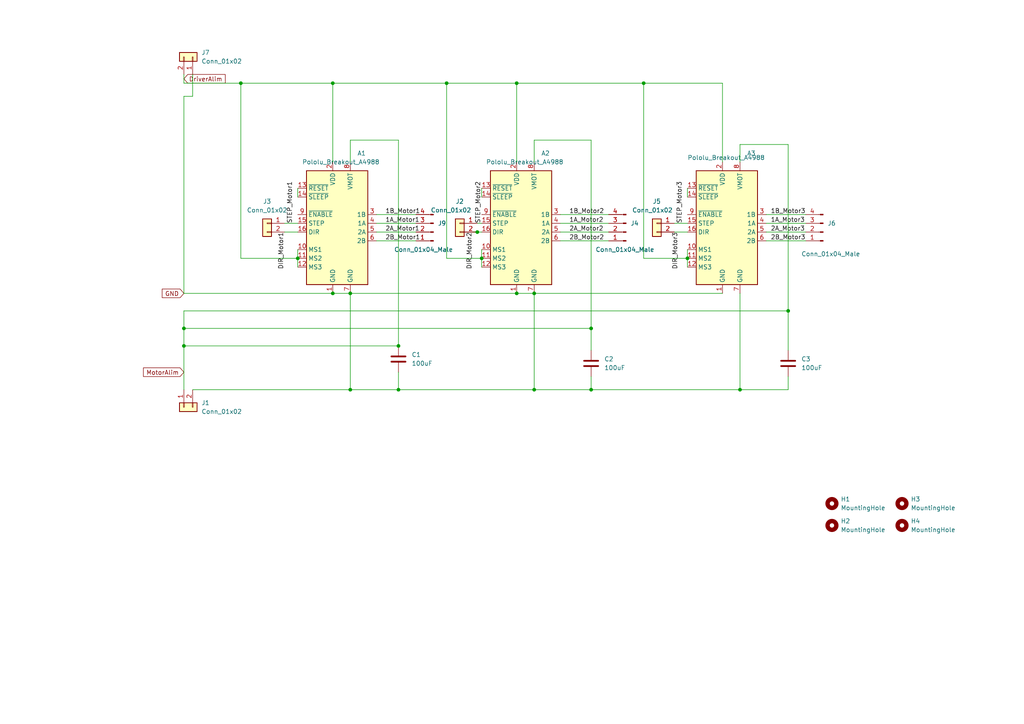
<source format=kicad_sch>
(kicad_sch (version 20230121) (generator eeschema)
  (paper "A4")
  (lib_symbols
    (symbol "Connector:Conn_01x04_Male" (pin_names (offset 1.016) hide)
      (property "Reference" "J" (at 0 5.08 0))
      (property "Value" "Conn_01x04_Male" (at 0 -7.62 0))
      (symbol "Conn_01x04_Male_1_1"
        (polyline (pts (xy 1.27 -5.08) (xy 0.8636 -5.08)) (stroke (width 0.1524)))
        (polyline (pts (xy 1.27 -2.54) (xy 0.8636 -2.54)) (stroke (width 0.1524)))
        (polyline (pts (xy 1.27 0) (xy 0.8636 0)) (stroke (width 0.1524)))
        (polyline (pts (xy 1.27 2.54) (xy 0.8636 2.54)) (stroke (width 0.1524)))
        (rectangle (start 0.8636 -4.953) (end 0 -5.207) (stroke (width 0.1524)) (fill (type outline)))
        (rectangle (start 0.8636 -2.413) (end 0 -2.667) (stroke (width 0.1524)) (fill (type outline)))
        (rectangle (start 0.8636 0.127) (end 0 -0.127) (stroke (width 0.1524)) (fill (type outline)))
        (rectangle (start 0.8636 2.667) (end 0 2.413) (stroke (width 0.1524)) (fill (type outline)))
        (pin passive line (at 5.08 2.54 180) (length 3.81) (name "Pin_1") (number "1"))
        (pin passive line (at 5.08 0 180) (length 3.81) (name "Pin_2") (number "2"))
        (pin passive line (at 5.08 -2.54 180) (length 3.81) (name "Pin_3") (number "3"))
        (pin passive line (at 5.08 -5.08 180) (length 3.81) (name "Pin_4") (number "4"))
      )
    )
    (symbol "Connector_Generic:Conn_01x02" (pin_names (offset 1.016) hide)
      (property "Reference" "J" (at 0 2.54 0))
      (property "Value" "Conn_01x02" (at 0 -5.08 0))
      (symbol "Conn_01x02_1_1"
        (rectangle (start -1.27 -2.413) (end 0 -2.667) (stroke (width 0.1524)))
        (rectangle (start -1.27 0.127) (end 0 -0.127) (stroke (width 0.1524)))
        (rectangle (start -1.27 1.27) (end 1.27 -3.81) (stroke (width 0.254)) (fill (type background)))
        (pin passive line (at -5.08 0 0) (length 3.81) (name "Pin_1") (number "1"))
        (pin passive line (at -5.08 -2.54 0) (length 3.81) (name "Pin_2") (number "2"))
      )
    )
    (symbol "Device:C" (pin_numbers hide) (pin_names (offset 0.254))
      (property "Reference" "C" (at 0.635 2.54 0))
      (property "Value" "C" (at 0.635 -2.54 0))
      (symbol "C_0_1"
        (polyline (pts (xy -2.032 -0.762) (xy 2.032 -0.762)) (stroke (width 0.508)))
        (polyline (pts (xy -2.032 0.762) (xy 2.032 0.762)) (stroke (width 0.508)))
      )
      (symbol "C_1_1"
        (pin passive line (at 0 3.81 270) (length 2.794) (name "~") (number "1"))
        (pin passive line (at 0 -3.81 90) (length 2.794) (name "~") (number "2"))
      )
    )
    (symbol "Driver_Motor:Pololu_Breakout_A4988"
      (property "Reference" "A" (at -2.54 19.05 0))
      (property "Value" "Pololu_Breakout_A4988" (at -2.54 16.51 0))
      (symbol "Pololu_Breakout_A4988_0_1"
        (rectangle (start 10.16 -17.78) (end -7.62 15.24) (stroke (width 0.254)) (fill (type background)))
      )
      (symbol "Pololu_Breakout_A4988_1_1"
        (pin power_in line (at 0 -20.32 90) (length 2.54) (name "GND") (number "1"))
        (pin input line (at -10.16 -7.62 0) (length 2.54) (name "MS1") (number "10"))
        (pin input line (at -10.16 -10.16 0) (length 2.54) (name "MS2") (number "11"))
        (pin input line (at -10.16 -12.7 0) (length 2.54) (name "MS3") (number "12"))
        (pin input line (at -10.16 10.16 0) (length 2.54) (name "~{RESET}") (number "13"))
        (pin input line (at -10.16 7.62 0) (length 2.54) (name "~{SLEEP}") (number "14"))
        (pin input line (at -10.16 0 0) (length 2.54) (name "STEP") (number "15"))
        (pin input line (at -10.16 -2.54 0) (length 2.54) (name "DIR") (number "16"))
        (pin power_in line (at 0 17.78 270) (length 2.54) (name "VDD") (number "2"))
        (pin output line (at 12.7 2.54 180) (length 2.54) (name "1B") (number "3"))
        (pin output line (at 12.7 0 180) (length 2.54) (name "1A") (number "4"))
        (pin output line (at 12.7 -2.54 180) (length 2.54) (name "2A") (number "5"))
        (pin output line (at 12.7 -5.08 180) (length 2.54) (name "2B") (number "6"))
        (pin power_in line (at 5.08 -20.32 90) (length 2.54) (name "GND") (number "7"))
        (pin power_in line (at 5.08 17.78 270) (length 2.54) (name "VMOT") (number "8"))
        (pin input line (at -10.16 2.54 0) (length 2.54) (name "~{ENABLE}") (number "9"))
      )
    )
    (symbol "Mechanical:MountingHole" (pin_names (offset 1.016))
      (property "Reference" "H" (at 0 5.08 0))
      (property "Value" "MountingHole" (at 0 3.175 0))
      (symbol "MountingHole_0_1"
        (circle (center 0 0) (radius 1.27) (stroke (width 1.27)))
      )
    )
  )
  (junction (at 53.34 95.25))
  (junction (at 214.63 113.03))
  (junction (at 101.6 85.09))
  (junction (at 53.34 100.33))
  (junction (at 96.52 24.13))
  (junction (at 228.6 90.17))
  (junction (at 154.94 85.09))
  (junction (at 86.36 74.93))
  (junction (at 138.43 67.31))
  (junction (at 115.57 100.33))
  (junction (at 115.57 113.03))
  (junction (at 149.86 85.09))
  (junction (at 149.86 24.13))
  (junction (at 154.94 113.03))
  (junction (at 101.6 113.03))
  (junction (at 129.54 24.13))
  (junction (at 171.45 95.25))
  (junction (at 171.45 113.03))
  (junction (at 139.7 74.93))
  (junction (at 69.85 24.13))
  (junction (at 199.39 74.93))
  (junction (at 96.52 85.09))
  (junction (at 186.69 24.13))
  (wire (pts (xy 101.6 113.03) (xy 55.88 113.03)))
  (wire (pts (xy 154.94 113.03) (xy 154.94 85.09)))
  (wire (pts (xy 199.39 74.93) (xy 199.39 77.47)))
  (wire (pts (xy 96.52 24.13) (xy 96.52 46.99)))
  (wire (pts (xy 115.57 40.64) (xy 115.57 100.33)))
  (wire (pts (xy 53.34 27.94) (xy 53.34 85.09)))
  (wire (pts (xy 139.7 74.93) (xy 139.7 77.47)))
  (wire (pts (xy 209.55 24.13) (xy 209.55 46.99)))
  (wire (pts (xy 138.43 67.31) (xy 139.7 67.31)))
  (wire (pts (xy 101.6 40.64) (xy 101.6 46.99)))
  (wire (pts (xy 138.43 67.31) (xy 137.16 67.31)))
  (wire (pts (xy 96.52 24.13) (xy 129.54 24.13)))
  (wire (pts (xy 53.34 100.33) (xy 53.34 113.03)))
  (wire (pts (xy 82.55 64.77) (xy 86.36 64.77)))
  (wire (pts (xy 86.36 54.61) (xy 86.36 57.15)))
  (wire (pts (xy 228.6 41.91) (xy 228.6 90.17)))
  (wire (pts (xy 53.34 90.17) (xy 228.6 90.17)))
  (wire (pts (xy 162.56 64.77) (xy 176.53 64.77)))
  (wire (pts (xy 162.56 62.23) (xy 176.53 62.23)))
  (wire (pts (xy 186.69 24.13) (xy 209.55 24.13)))
  (wire (pts (xy 53.34 95.25) (xy 171.45 95.25)))
  (wire (pts (xy 115.57 113.03) (xy 154.94 113.03)))
  (wire (pts (xy 69.85 24.13) (xy 96.52 24.13)))
  (wire (pts (xy 101.6 85.09) (xy 101.6 113.03)))
  (wire (pts (xy 109.22 62.23) (xy 120.65 62.23)))
  (wire (pts (xy 154.94 85.09) (xy 209.55 85.09)))
  (wire (pts (xy 55.88 21.59) (xy 55.88 27.94)))
  (wire (pts (xy 109.22 69.85) (xy 120.65 69.85)))
  (wire (pts (xy 53.34 95.25) (xy 53.34 100.33)))
  (wire (pts (xy 162.56 69.85) (xy 176.53 69.85)))
  (wire (pts (xy 154.94 40.64) (xy 154.94 46.99)))
  (wire (pts (xy 228.6 113.03) (xy 228.6 109.22)))
  (wire (pts (xy 129.54 24.13) (xy 149.86 24.13)))
  (wire (pts (xy 171.45 40.64) (xy 171.45 95.25)))
  (wire (pts (xy 101.6 85.09) (xy 149.86 85.09)))
  (wire (pts (xy 228.6 90.17) (xy 228.6 101.6)))
  (wire (pts (xy 53.34 95.25) (xy 53.34 90.17)))
  (wire (pts (xy 195.58 64.77) (xy 199.39 64.77)))
  (wire (pts (xy 199.39 74.93) (xy 186.69 74.93)))
  (wire (pts (xy 149.86 24.13) (xy 186.69 24.13)))
  (wire (pts (xy 186.69 74.93) (xy 186.69 24.13)))
  (wire (pts (xy 138.43 64.77) (xy 139.7 64.77)))
  (wire (pts (xy 222.25 69.85) (xy 233.68 69.85)))
  (wire (pts (xy 53.34 24.13) (xy 53.34 21.59)))
  (wire (pts (xy 53.34 100.33) (xy 115.57 100.33)))
  (wire (pts (xy 139.7 74.93) (xy 129.54 74.93)))
  (wire (pts (xy 149.86 85.09) (xy 154.94 85.09)))
  (wire (pts (xy 214.63 113.03) (xy 214.63 85.09)))
  (wire (pts (xy 109.22 67.31) (xy 120.65 67.31)))
  (wire (pts (xy 129.54 74.93) (xy 129.54 24.13)))
  (wire (pts (xy 171.45 40.64) (xy 154.94 40.64)))
  (wire (pts (xy 115.57 107.95) (xy 115.57 113.03)))
  (wire (pts (xy 154.94 113.03) (xy 171.45 113.03)))
  (wire (pts (xy 162.56 67.31) (xy 176.53 67.31)))
  (wire (pts (xy 96.52 85.09) (xy 101.6 85.09)))
  (wire (pts (xy 199.39 72.39) (xy 199.39 74.93)))
  (wire (pts (xy 149.86 24.13) (xy 149.86 46.99)))
  (wire (pts (xy 115.57 40.64) (xy 101.6 40.64)))
  (wire (pts (xy 222.25 62.23) (xy 233.68 62.23)))
  (wire (pts (xy 86.36 72.39) (xy 86.36 74.93)))
  (wire (pts (xy 171.45 95.25) (xy 171.45 101.6)))
  (wire (pts (xy 199.39 54.61) (xy 199.39 57.15)))
  (wire (pts (xy 195.58 67.31) (xy 199.39 67.31)))
  (wire (pts (xy 55.88 27.94) (xy 53.34 27.94)))
  (wire (pts (xy 86.36 74.93) (xy 86.36 77.47)))
  (wire (pts (xy 86.36 74.93) (xy 69.85 74.93)))
  (wire (pts (xy 171.45 109.22) (xy 171.45 113.03)))
  (wire (pts (xy 171.45 113.03) (xy 214.63 113.03)))
  (wire (pts (xy 139.7 54.61) (xy 139.7 57.15)))
  (wire (pts (xy 101.6 113.03) (xy 115.57 113.03)))
  (wire (pts (xy 82.55 67.31) (xy 86.36 67.31)))
  (wire (pts (xy 222.25 67.31) (xy 233.68 67.31)))
  (wire (pts (xy 139.7 72.39) (xy 139.7 74.93)))
  (wire (pts (xy 96.52 85.09) (xy 53.34 85.09)))
  (wire (pts (xy 109.22 64.77) (xy 120.65 64.77)))
  (wire (pts (xy 69.85 24.13) (xy 53.34 24.13)))
  (wire (pts (xy 228.6 41.91) (xy 214.63 41.91)))
  (wire (pts (xy 69.85 74.93) (xy 69.85 24.13)))
  (wire (pts (xy 222.25 64.77) (xy 233.68 64.77)))
  (wire (pts (xy 214.63 41.91) (xy 214.63 46.99)))
  (wire (pts (xy 214.63 113.03) (xy 228.6 113.03)))
  (label "1A_Motor1" (at 111.76 64.77 0))
  (label "2B_Motor3" (at 223.52 69.85 0))
  (label "1A_Motor3" (at 223.52 64.77 0))
  (label "2B_Motor1" (at 111.76 69.85 0))
  (label "STEP_Motor1" (at 85.09 64.77 90))
  (label "1B_Motor3" (at 223.52 62.23 0))
  (label "DIR_Motor1" (at 82.55 67.31 270))
  (label "STEP_Motor2" (at 139.7 64.77 90))
  (label "2B_Motor2" (at 165.1 69.85 0))
  (label "STEP_Motor3" (at 198.12 64.77 90))
  (label "2A_Motor1" (at 111.76 67.31 0))
  (label "1B_Motor1" (at 111.76 62.23 0))
  (label "2A_Motor3" (at 223.52 67.31 0))
  (label "2A_Motor2" (at 165.1 67.31 0))
  (label "DIR_Motor2" (at 137.16 67.31 270))
  (label "1A_Motor2" (at 165.1 64.77 0))
  (label "DIR_Motor3" (at 196.85 67.31 270))
  (label "1B_Motor2" (at 165.1 62.23 0))
  (global_label "GND" (shape input) (at 53.34 85.09 180) (property "Intersheetrefs" "${INTERSHEET_REFS}" (effects hide)))
  (global_label "MotorAlim" (shape input) (at 53.34 107.95 180) (property "Intersheetrefs" "${INTERSHEET_REFS}" (effects hide)))
  (global_label "DriverAlim" (shape input) (at 53.34 22.86 0) (property "Intersheetrefs" "${INTERSHEET_REFS}" (effects hide)))
  (symbol (lib_id "Connector_Generic:Conn_01x02") (at 190.5 64.77 0) (mirror y) (unit 1)
    (property "Reference" "J5" (at 190.5 58.42 0))
    (property "Value" "Conn_01x02" (at 189.23 60.96 0))
    (property "Footprint" "TerminalBlock_MetzConnect:TerminalBlock_MetzConnect_Type073_RT02602HBLU_1x02_P5.08mm_Horizontal" (effects hide))
  )
  (symbol (lib_id "Connector_Generic:Conn_01x02") (at 53.34 118.11 90) (mirror x) (unit 1)
    (property "Reference" "J1" (at 58.42 116.8399 90) (effects (justify right)))
    (property "Value" "Conn_01x02" (at 58.42 119.3799 90) (effects (justify right)))
    (property "Footprint" "TerminalBlock_MetzConnect:TerminalBlock_MetzConnect_Type073_RT02602HBLU_1x02_P5.08mm_Horizontal" (effects hide))
  )
  (symbol (lib_id "Connector_Generic:Conn_01x02") (at 133.35 64.77 0) (mirror y) (unit 1)
    (property "Reference" "J2" (at 133.35 58.42 0))
    (property "Value" "Conn_01x02" (at 130.81 60.96 0))
    (property "Footprint" "TerminalBlock_MetzConnect:TerminalBlock_MetzConnect_Type073_RT02602HBLU_1x02_P5.08mm_Horizontal" (effects hide))
  )
  (symbol (lib_id "Mechanical:MountingHole") (at 261.62 152.4 0) (unit 1)
    (property "Reference" "H4" (at 264.16 151.1299 0) (effects (justify left)))
    (property "Value" "MountingHole" (at 264.16 153.6699 0) (effects (justify left)))
    (property "Footprint" "MountingHole:MountingHole_3mm" (effects hide))
  )
  (symbol (lib_id "Mechanical:MountingHole") (at 241.3 146.05 0) (unit 1)
    (property "Reference" "H1" (at 243.84 144.7799 0) (effects (justify left)))
    (property "Value" "MountingHole" (at 243.84 147.3199 0) (effects (justify left)))
    (property "Footprint" "MountingHole:MountingHole_3mm" (effects hide))
  )
  (symbol (lib_id "Connector_Generic:Conn_01x02") (at 77.47 64.77 0) (mirror y) (unit 1)
    (property "Reference" "J3" (at 77.47 58.42 0))
    (property "Value" "Conn_01x02" (at 77.47 60.96 0))
    (property "Footprint" "TerminalBlock_MetzConnect:TerminalBlock_MetzConnect_Type073_RT02602HBLU_1x02_P5.08mm_Horizontal" (effects hide))
  )
  (symbol (lib_id "Device:C") (at 171.45 105.41 0) (unit 1)
    (property "Reference" "C2" (at 175.26 104.1399 0) (effects (justify left)))
    (property "Value" "100uF" (at 175.26 106.6799 0) (effects (justify left)))
    (property "Footprint" "Capacitor_THT:C_Radial_D8.0mm_H11.5mm_P3.50mm" (effects hide))
  )
  (symbol (lib_id "Driver_Motor:Pololu_Breakout_A4988") (at 96.52 64.77 0) (unit 1)
    (property "Reference" "A1" (at 103.6194 44.45 0) (effects (justify left)))
    (property "Value" "Pololu_Breakout_A4988" (at 87.63 46.99 0) (effects (justify left)))
    (property "Footprint" "Module:Pololu_Breakout-16_15.2x20.3mm" (effects hide))
    (property "Datasheet" "https://www.pololu.com/product/2980/pictures" (effects hide))
  )
  (symbol (lib_id "Connector:Conn_01x04_Male") (at 125.73 67.31 180) (unit 1)
    (property "Reference" "J9" (at 127 64.7699 0) (effects (justify right)))
    (property "Value" "Conn_01x04_Male" (at 114.3 72.39 0) (effects (justify right)))
    (property "Footprint" "Connector_PinHeader_2.54mm:PinHeader_1x04_P2.54mm_Vertical" (effects hide))
  )
  (symbol (lib_id "Connector:Conn_01x04_Male") (at 181.61 67.31 180) (unit 1)
    (property "Reference" "J4" (at 182.88 64.7699 0) (effects (justify right)))
    (property "Value" "Conn_01x04_Male" (at 172.72 72.39 0) (effects (justify right)))
    (property "Footprint" "Connector_PinHeader_2.54mm:PinHeader_1x04_P2.54mm_Vertical" (effects hide))
  )
  (symbol (lib_id "Connector_Generic:Conn_01x02") (at 55.88 16.51 270) (mirror x) (unit 1)
    (property "Reference" "J7" (at 58.42 15.2399 90) (effects (justify left)))
    (property "Value" "Conn_01x02" (at 58.42 17.7799 90) (effects (justify left)))
    (property "Footprint" "TerminalBlock_MetzConnect:TerminalBlock_MetzConnect_Type073_RT02602HBLU_1x02_P5.08mm_Horizontal" (effects hide))
  )
  (symbol (lib_id "Mechanical:MountingHole") (at 261.62 146.05 0) (unit 1)
    (property "Reference" "H3" (at 264.16 144.7799 0) (effects (justify left)))
    (property "Value" "MountingHole" (at 264.16 147.3199 0) (effects (justify left)))
    (property "Footprint" "MountingHole:MountingHole_3mm" (effects hide))
  )
  (symbol (lib_id "Device:C") (at 115.57 104.14 0) (unit 1)
    (property "Reference" "C1" (at 119.38 102.8699 0) (effects (justify left)))
    (property "Value" "100uF" (at 119.38 105.4099 0) (effects (justify left)))
    (property "Footprint" "Capacitor_THT:C_Radial_D8.0mm_H11.5mm_P3.50mm" (effects hide))
  )
  (symbol (lib_id "Mechanical:MountingHole") (at 241.3 152.4 0) (unit 1)
    (property "Reference" "H2" (at 243.84 151.1299 0) (effects (justify left)))
    (property "Value" "MountingHole" (at 243.84 153.6699 0) (effects (justify left)))
    (property "Footprint" "MountingHole:MountingHole_3mm" (effects hide))
  )
  (symbol (lib_id "Device:C") (at 228.6 105.41 0) (unit 1)
    (property "Reference" "C3" (at 232.41 104.1399 0) (effects (justify left)))
    (property "Value" "100uF" (at 232.41 106.6799 0) (effects (justify left)))
    (property "Footprint" "Capacitor_THT:C_Radial_D8.0mm_H11.5mm_P3.50mm" (effects hide))
  )
  (symbol (lib_id "Driver_Motor:Pololu_Breakout_A4988") (at 149.86 64.77 0) (unit 1)
    (property "Reference" "A2" (at 156.9594 44.45 0) (effects (justify left)))
    (property "Value" "Pololu_Breakout_A4988" (at 140.97 46.99 0) (effects (justify left)))
    (property "Footprint" "Module:Pololu_Breakout-16_15.2x20.3mm" (effects hide))
    (property "Datasheet" "https://www.pololu.com/product/2980/pictures" (effects hide))
  )
  (symbol (lib_id "Connector:Conn_01x04_Male") (at 238.76 67.31 180) (unit 1)
    (property "Reference" "J6" (at 240.03 64.7699 0) (effects (justify right)))
    (property "Value" "Conn_01x04_Male" (at 232.41 73.66 0) (effects (justify right)))
    (property "Footprint" "Connector_PinHeader_2.54mm:PinHeader_1x04_P2.54mm_Vertical" (effects hide))
  )
  (symbol (lib_id "Driver_Motor:Pololu_Breakout_A4988") (at 209.55 64.77 0) (unit 1)
    (property "Reference" "A3" (at 216.6494 44.45 0) (effects (justify left)))
    (property "Value" "Pololu_Breakout_A4988" (at 199.39 45.72 0) (effects (justify left)))
    (property "Footprint" "Module:Pololu_Breakout-16_15.2x20.3mm" (effects hide))
    (property "Datasheet" "https://www.pololu.com/product/2980/pictures" (effects hide))
  )
)
</source>
